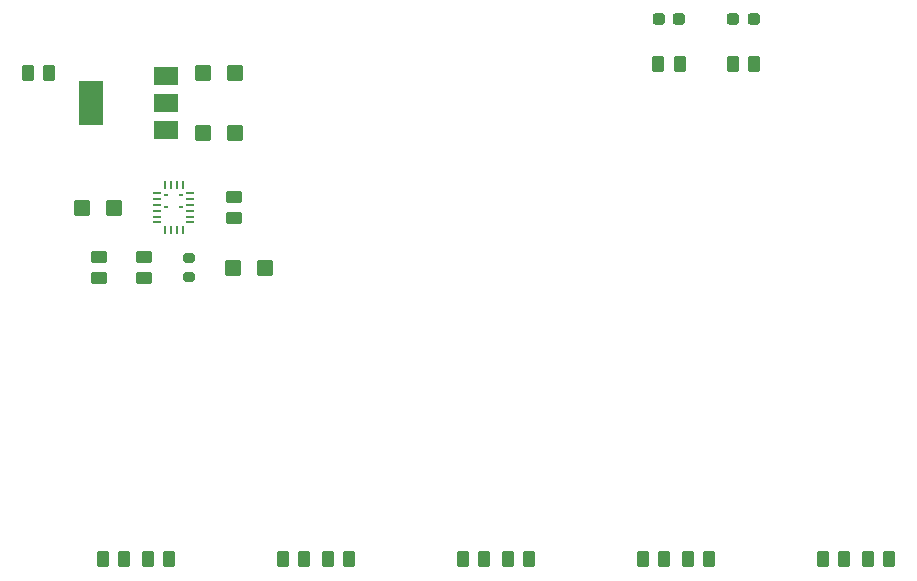
<source format=gbr>
%TF.GenerationSoftware,KiCad,Pcbnew,(6.0.6)*%
%TF.CreationDate,2024-02-28T23:36:51-08:00*%
%TF.ProjectId,Interface-PCBA,496e7465-7266-4616-9365-2d504342412e,rev?*%
%TF.SameCoordinates,PX43d3480PY49e1930*%
%TF.FileFunction,Paste,Top*%
%TF.FilePolarity,Positive*%
%FSLAX46Y46*%
G04 Gerber Fmt 4.6, Leading zero omitted, Abs format (unit mm)*
G04 Created by KiCad (PCBNEW (6.0.6)) date 2024-02-28 23:36:51*
%MOMM*%
%LPD*%
G01*
G04 APERTURE LIST*
G04 Aperture macros list*
%AMRoundRect*
0 Rectangle with rounded corners*
0 $1 Rounding radius*
0 $2 $3 $4 $5 $6 $7 $8 $9 X,Y pos of 4 corners*
0 Add a 4 corners polygon primitive as box body*
4,1,4,$2,$3,$4,$5,$6,$7,$8,$9,$2,$3,0*
0 Add four circle primitives for the rounded corners*
1,1,$1+$1,$2,$3*
1,1,$1+$1,$4,$5*
1,1,$1+$1,$6,$7*
1,1,$1+$1,$8,$9*
0 Add four rect primitives between the rounded corners*
20,1,$1+$1,$2,$3,$4,$5,0*
20,1,$1+$1,$4,$5,$6,$7,0*
20,1,$1+$1,$6,$7,$8,$9,0*
20,1,$1+$1,$8,$9,$2,$3,0*%
G04 Aperture macros list end*
%ADD10RoundRect,0.250000X-0.450000X0.262500X-0.450000X-0.262500X0.450000X-0.262500X0.450000X0.262500X0*%
%ADD11RoundRect,0.250000X-0.262500X-0.450000X0.262500X-0.450000X0.262500X0.450000X-0.262500X0.450000X0*%
%ADD12RoundRect,0.250000X-0.450000X-0.425000X0.450000X-0.425000X0.450000X0.425000X-0.450000X0.425000X0*%
%ADD13RoundRect,0.237500X-0.287500X-0.237500X0.287500X-0.237500X0.287500X0.237500X-0.287500X0.237500X0*%
%ADD14RoundRect,0.250000X0.262500X0.450000X-0.262500X0.450000X-0.262500X-0.450000X0.262500X-0.450000X0*%
%ADD15RoundRect,0.200000X-0.275000X0.200000X-0.275000X-0.200000X0.275000X-0.200000X0.275000X0.200000X0*%
%ADD16RoundRect,0.250000X0.450000X0.425000X-0.450000X0.425000X-0.450000X-0.425000X0.450000X-0.425000X0*%
%ADD17R,0.700000X0.250000*%
%ADD18R,0.250000X0.700000*%
%ADD19R,0.410000X0.250000*%
%ADD20R,2.000000X1.500000*%
%ADD21R,2.000000X3.800000*%
G04 APERTURE END LIST*
D10*
%TO.C,R1*%
X25400000Y-20152500D03*
X25400000Y-21977500D03*
%TD*%
D11*
%TO.C,JP1*%
X7977500Y-9635000D03*
X9802500Y-9635000D03*
%TD*%
D12*
%TO.C,C5*%
X25320000Y-26145000D03*
X28020000Y-26145000D03*
%TD*%
D11*
%TO.C,R14*%
X61347500Y-8890000D03*
X63172500Y-8890000D03*
%TD*%
%TO.C,R8*%
X44807500Y-50800000D03*
X46632500Y-50800000D03*
%TD*%
D13*
%TO.C,D1*%
X61385000Y-5080000D03*
X63135000Y-5080000D03*
%TD*%
D14*
%TO.C,R3*%
X19962500Y-50800000D03*
X18137500Y-50800000D03*
%TD*%
D11*
%TO.C,R15*%
X67667500Y-8890000D03*
X69492500Y-8890000D03*
%TD*%
D12*
%TO.C,C4*%
X22780000Y-14715000D03*
X25480000Y-14715000D03*
%TD*%
%TO.C,C3*%
X22780000Y-9635000D03*
X25480000Y-9635000D03*
%TD*%
D10*
%TO.C,R4*%
X13970000Y-25232500D03*
X13970000Y-27057500D03*
%TD*%
D14*
%TO.C,R13*%
X80922500Y-50800000D03*
X79097500Y-50800000D03*
%TD*%
D11*
%TO.C,R6*%
X29567500Y-50800000D03*
X31392500Y-50800000D03*
%TD*%
%TO.C,R12*%
X75287500Y-50800000D03*
X77112500Y-50800000D03*
%TD*%
D15*
%TO.C,C2*%
X21590000Y-25320000D03*
X21590000Y-26970000D03*
%TD*%
D16*
%TO.C,C1*%
X15240000Y-21065000D03*
X12540000Y-21065000D03*
%TD*%
D14*
%TO.C,R11*%
X65682500Y-50800000D03*
X63857500Y-50800000D03*
%TD*%
D13*
%TO.C,D2*%
X67705000Y-5080000D03*
X69455000Y-5080000D03*
%TD*%
D14*
%TO.C,R7*%
X35202500Y-50800000D03*
X33377500Y-50800000D03*
%TD*%
D17*
%TO.C,VR1*%
X18920000Y-19815000D03*
X18920000Y-20315000D03*
X18920000Y-20815000D03*
X18920000Y-21315000D03*
X18920000Y-21815000D03*
X18920000Y-22315000D03*
D18*
X19570000Y-22965000D03*
X20070000Y-22965000D03*
X20570000Y-22965000D03*
X21070000Y-22965000D03*
D17*
X21720000Y-22315000D03*
X21720000Y-21815000D03*
X21720000Y-21315000D03*
X21720000Y-20815000D03*
X21720000Y-20315000D03*
X21720000Y-19815000D03*
D18*
X21070000Y-19165000D03*
X20570000Y-19165000D03*
X20070000Y-19165000D03*
X19570000Y-19165000D03*
D19*
X19710000Y-19965000D03*
X20930000Y-19965000D03*
X19710000Y-21046000D03*
X20930000Y-21046000D03*
%TD*%
D14*
%TO.C,R9*%
X50442500Y-50800000D03*
X48617500Y-50800000D03*
%TD*%
D11*
%TO.C,R10*%
X60047500Y-50800000D03*
X61872500Y-50800000D03*
%TD*%
%TO.C,R2*%
X14327500Y-50800000D03*
X16152500Y-50800000D03*
%TD*%
D10*
%TO.C,R5*%
X17780000Y-25232500D03*
X17780000Y-27057500D03*
%TD*%
D20*
%TO.C,U1*%
X19660000Y-14475000D03*
X19660000Y-12175000D03*
X19660000Y-9875000D03*
D21*
X13360000Y-12175000D03*
%TD*%
M02*

</source>
